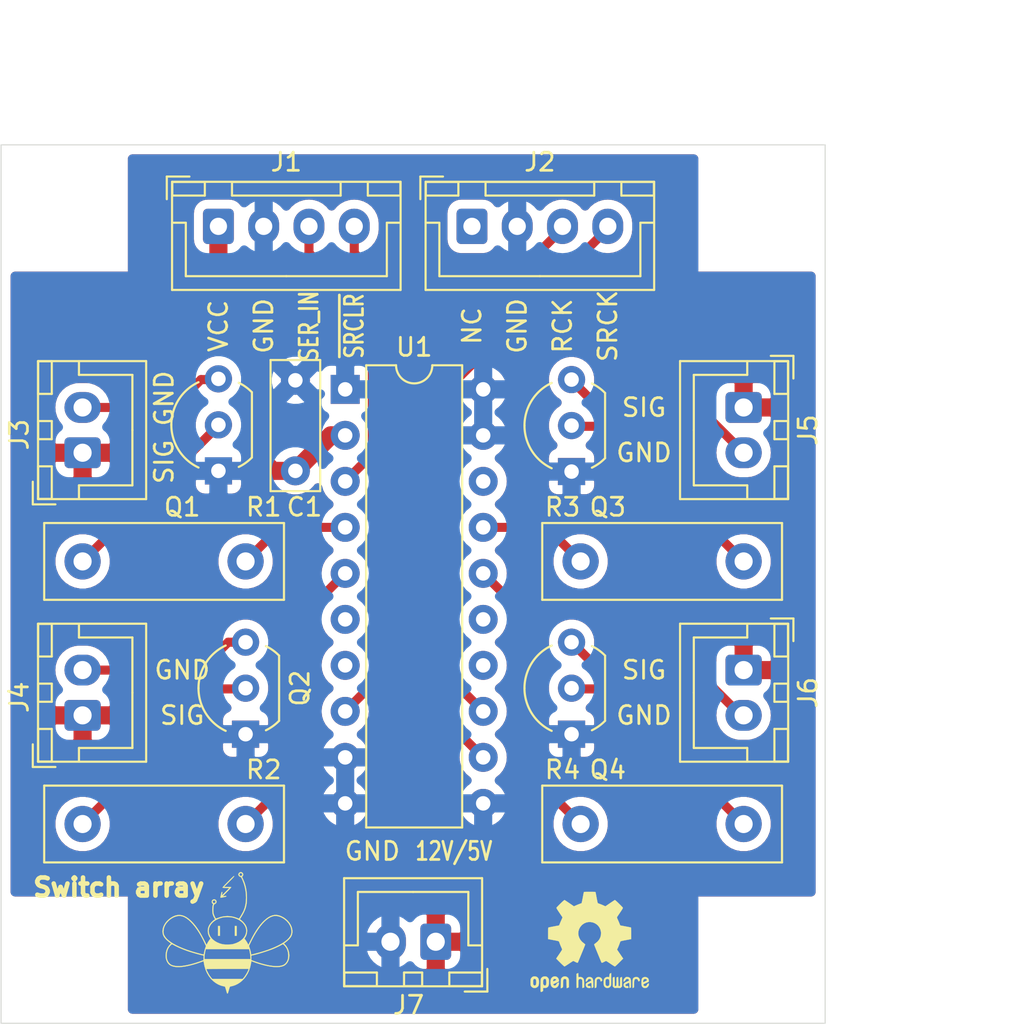
<source format=kicad_pcb>
(kicad_pcb (version 20171130) (host pcbnew "(5.1.4)-1")
  (layers (0 F.Cu signal) (31 B.Cu signal) (34 B.Paste user) (35 F.Paste user) (36 B.SilkS user) (37 F.SilkS user) (38 B.Mask user) (39 F.Mask user) (44 Edge.Cuts user))
  (net 0 "")
  (net 1 GND)
  (net 2 +5V)
  (net 3 "Net-(Q1-Pad2)")
  (net 4 "Net-(Q2-Pad2)")
  (net 5 "Net-(Q3-Pad2)")
  (net 6 "Net-(Q4-Pad2)")
  (net 7 "Net-(U1-Pad18)")
  (net 8 "Net-(U1-Pad7)")
  (net 9 "Net-(U1-Pad6)")
  (net 10 "Net-(U1-Pad15)")
  (net 11 "Net-(U1-Pad14)")
  (net 12 "Net-(J2-Pad1)")
  (net 13 DRAIN0)
  (net 14 DRAIN1)
  (net 15 DRAIN7)
  (net 16 DRAIN6)
  (net 17 SRCLR)
  (net 18 SER_IN)
  (net 19 SRCK)
  (net 20 RCLK)
  (net 21 "Net-(J3-Pad2)")
  (net 22 +12V)
  (net 23 "Net-(J4-Pad2)")
  (net 24 "Net-(J5-Pad2)")
  (net 25 "Net-(J6-Pad2)")
  (module logo-beehive:logo-beehive-7_2х6_7mm (layer F.Cu) (at 136.5 77)
    (fp_text reference G*** hide)
    (fp_text value LOGO hide)
  )
  (module Capacitor_THT:C_Disc_D7.0mm_W2.5mm_P5.00mm (layer F.Cu) (at 140.25 51.5 90)
    (fp_text reference C1 (at -2 0.5 180) (layer F.SilkS))
    (fp_text value 100nF)
    (pad 2 thru_hole circle (at 5 0 90) (size 1.6 1.6) (drill 0.8) (layers *.Cu *.Mask) (net 1 GND))
    (pad 1 thru_hole circle (at 0 0 90) (size 1.6 1.6) (drill 0.8) (layers *.Cu *.Mask) (net 2 +5V))
  )
  (module MountingHole:MountingHole_3.2mm_M3_DIN965 (layer F.Cu) (at 166 37 270)
    (fp_text reference REF** hide)
    (fp_text value MountingHole_3.2mm_M3_DIN965 hide)
    (pad 1 np_thru_hole circle (at 0 0 270) (size 3.2 3.2) (drill 3.2) (layers *.Cu *.Mask))
  )
  (module MountingHole:MountingHole_3.2mm_M3_DIN965 (layer F.Cu) (at 166 78.5 180)
    (fp_text reference REF** hide)
    (fp_text value MountingHole_3.2mm_M3_DIN965 hide)
    (pad 1 np_thru_hole circle (at 0 0 180) (size 3.2 3.2) (drill 3.2) (layers *.Cu *.Mask))
  )
  (module MountingHole:MountingHole_3.2mm_M3_DIN965 (layer F.Cu) (at 127.5 78.5 90)
    (fp_text reference REF** hide)
    (fp_text value MountingHole_3.2mm_M3_DIN965 hide)
    (pad 1 np_thru_hole circle (at 0 0 90) (size 3.2 3.2) (drill 3.2) (layers *.Cu *.Mask))
  )
  (module MountingHole:MountingHole_3.2mm_M3_DIN965 (layer F.Cu) (at 127.5 37 90)
    (fp_text reference REF** hide)
    (fp_text value MountingHole_3.2mm_M3_DIN965 hide)
    (pad 1 np_thru_hole circle (at 0 0 90) (size 3.2 3.2) (drill 3.2) (layers *.Cu *.Mask))
  )
  (module Symbol:OSHW-Logo2_7.3x6mm_SilkScreen (layer F.Cu) (at 156.5 77.5)
    (fp_text reference REF** hide)
    (fp_text value OSHW-Logo2_7.3x6mm_SilkScreen hide)
  )
  (module Package_DIP:DIP-20_W7.62mm (layer F.Cu) (at 143 47)
    (fp_text reference U1 (at 3.81 -2.33) (layer F.SilkS))
    (fp_text value TPIC6595)
    (pad 20 thru_hole oval (at 7.62 0) (size 1.6 1.6) (drill 0.8) (layers *.Cu *.Mask) (net 1 GND))
    (pad 10 thru_hole oval (at 0 22.86) (size 1.6 1.6) (drill 0.8) (layers *.Cu *.Mask) (net 1 GND))
    (pad 19 thru_hole oval (at 7.62 2.54) (size 1.6 1.6) (drill 0.8) (layers *.Cu *.Mask) (net 1 GND))
    (pad 9 thru_hole oval (at 0 20.32) (size 1.6 1.6) (drill 0.8) (layers *.Cu *.Mask) (net 1 GND))
    (pad 18 thru_hole oval (at 7.62 5.08) (size 1.6 1.6) (drill 0.8) (layers *.Cu *.Mask) (net 7 "Net-(U1-Pad18)"))
    (pad 8 thru_hole oval (at 0 17.78) (size 1.6 1.6) (drill 0.8) (layers *.Cu *.Mask) (net 17 SRCLR))
    (pad 17 thru_hole oval (at 7.62 7.62) (size 1.6 1.6) (drill 0.8) (layers *.Cu *.Mask) (net 15 DRAIN7))
    (pad 7 thru_hole oval (at 0 15.24) (size 1.6 1.6) (drill 0.8) (layers *.Cu *.Mask) (net 8 "Net-(U1-Pad7)"))
    (pad 16 thru_hole oval (at 7.62 10.16) (size 1.6 1.6) (drill 0.8) (layers *.Cu *.Mask) (net 16 DRAIN6))
    (pad 6 thru_hole oval (at 0 12.7) (size 1.6 1.6) (drill 0.8) (layers *.Cu *.Mask) (net 9 "Net-(U1-Pad6)"))
    (pad 15 thru_hole oval (at 7.62 12.7) (size 1.6 1.6) (drill 0.8) (layers *.Cu *.Mask) (net 10 "Net-(U1-Pad15)"))
    (pad 5 thru_hole oval (at 0 10.16) (size 1.6 1.6) (drill 0.8) (layers *.Cu *.Mask) (net 14 DRAIN1))
    (pad 14 thru_hole oval (at 7.62 15.24) (size 1.6 1.6) (drill 0.8) (layers *.Cu *.Mask) (net 11 "Net-(U1-Pad14)"))
    (pad 4 thru_hole oval (at 0 7.62) (size 1.6 1.6) (drill 0.8) (layers *.Cu *.Mask) (net 13 DRAIN0))
    (pad 13 thru_hole oval (at 7.62 17.78) (size 1.6 1.6) (drill 0.8) (layers *.Cu *.Mask) (net 19 SRCK))
    (pad 3 thru_hole oval (at 0 5.08) (size 1.6 1.6) (drill 0.8) (layers *.Cu *.Mask) (net 18 SER_IN))
    (pad 12 thru_hole oval (at 7.62 20.32) (size 1.6 1.6) (drill 0.8) (layers *.Cu *.Mask) (net 20 RCLK))
    (pad 2 thru_hole oval (at 0 2.54) (size 1.6 1.6) (drill 0.8) (layers *.Cu *.Mask) (net 2 +5V))
    (pad 11 thru_hole oval (at 7.62 22.86) (size 1.6 1.6) (drill 0.8) (layers *.Cu *.Mask) (net 1 GND))
    (pad 1 thru_hole rect (at 0 0) (size 1.6 1.6) (drill 0.8) (layers *.Cu *.Mask) (net 1 GND))
  )
  (module Resistor_THT:R_Box_L13.0mm_W4.0mm_P9.00mm (layer F.Cu) (at 137.5 71 180)
    (fp_text reference R2 (at -1 3 180) (layer F.SilkS))
    (fp_text value 270)
    (pad 2 thru_hole circle (at 9 0 180) (size 2 2) (drill 1) (layers *.Cu *.Mask) (net 4 "Net-(Q2-Pad2)"))
    (pad 1 thru_hole circle (at 0 0 180) (size 2 2) (drill 1) (layers *.Cu *.Mask) (net 14 DRAIN1))
  )
  (module Resistor_THT:R_Box_L13.0mm_W4.0mm_P9.00mm (layer F.Cu) (at 156 56.5)
    (fp_text reference R3 (at -1 -3) (layer F.SilkS))
    (fp_text value 270)
    (pad 2 thru_hole circle (at 9 0) (size 2 2) (drill 1) (layers *.Cu *.Mask) (net 5 "Net-(Q3-Pad2)"))
    (pad 1 thru_hole circle (at 0 0) (size 2 2) (drill 1) (layers *.Cu *.Mask) (net 15 DRAIN7))
  )
  (module Resistor_THT:R_Box_L13.0mm_W4.0mm_P9.00mm (layer F.Cu) (at 137.5 56.5 180)
    (fp_text reference R1 (at -1 3 180) (layer F.SilkS))
    (fp_text value 270)
    (pad 2 thru_hole circle (at 9 0 180) (size 2 2) (drill 1) (layers *.Cu *.Mask) (net 3 "Net-(Q1-Pad2)"))
    (pad 1 thru_hole circle (at 0 0 180) (size 2 2) (drill 1) (layers *.Cu *.Mask) (net 13 DRAIN0))
  )
  (module Resistor_THT:R_Box_L13.0mm_W4.0mm_P9.00mm (layer F.Cu) (at 156 71)
    (fp_text reference R4 (at -1 -3) (layer F.SilkS))
    (fp_text value 270)
    (pad 2 thru_hole circle (at 9 0) (size 2 2) (drill 1) (layers *.Cu *.Mask) (net 6 "Net-(Q4-Pad2)"))
    (pad 1 thru_hole circle (at 0 0) (size 2 2) (drill 1) (layers *.Cu *.Mask) (net 16 DRAIN6))
  )
  (module Package_TO_SOT_THT:TO-92_Inline_Wide (layer F.Cu) (at 137.5 66.04 90)
    (fp_text reference Q2 (at 2.54 3 90) (layer F.SilkS))
    (fp_text value Q_NPN_EBC hide)
    (pad 1 thru_hole rect (at 0 0 180) (size 1.5 1.5) (drill 0.8) (layers *.Cu *.Mask) (net 1 GND))
    (pad 3 thru_hole circle (at 5.08 0 180) (size 1.5 1.5) (drill 0.8) (layers *.Cu *.Mask) (net 23 "Net-(J4-Pad2)"))
    (pad 2 thru_hole circle (at 2.54 0 180) (size 1.5 1.5) (drill 0.8) (layers *.Cu *.Mask) (net 4 "Net-(Q2-Pad2)"))
  )
  (module Package_TO_SOT_THT:TO-92_Inline_Wide (layer F.Cu) (at 155.5 51.54 90)
    (fp_text reference Q3 (at -1.96 2 180) (layer F.SilkS))
    (fp_text value Q_NPN_EBC hide)
    (pad 1 thru_hole rect (at 0 0 180) (size 1.5 1.5) (drill 0.8) (layers *.Cu *.Mask) (net 1 GND))
    (pad 3 thru_hole circle (at 5.08 0 180) (size 1.5 1.5) (drill 0.8) (layers *.Cu *.Mask) (net 24 "Net-(J5-Pad2)"))
    (pad 2 thru_hole circle (at 2.54 0 180) (size 1.5 1.5) (drill 0.8) (layers *.Cu *.Mask) (net 5 "Net-(Q3-Pad2)"))
  )
  (module Package_TO_SOT_THT:TO-92_Inline_Wide (layer F.Cu) (at 136 51.5 90)
    (fp_text reference Q1 (at -2 -2) (layer F.SilkS))
    (fp_text value Q_NPN_EBC hide)
    (pad 1 thru_hole rect (at 0 0 180) (size 1.5 1.5) (drill 0.8) (layers *.Cu *.Mask) (net 1 GND))
    (pad 3 thru_hole circle (at 5.08 0 180) (size 1.5 1.5) (drill 0.8) (layers *.Cu *.Mask) (net 21 "Net-(J3-Pad2)"))
    (pad 2 thru_hole circle (at 2.54 0 180) (size 1.5 1.5) (drill 0.8) (layers *.Cu *.Mask) (net 3 "Net-(Q1-Pad2)"))
  )
  (module Package_TO_SOT_THT:TO-92_Inline_Wide (layer F.Cu) (at 155.5 66.04 90)
    (fp_text reference Q4 (at -1.96 2 180) (layer F.SilkS))
    (fp_text value Q_NPN_EBC hide)
    (pad 1 thru_hole rect (at 0 0 180) (size 1.5 1.5) (drill 0.8) (layers *.Cu *.Mask) (net 1 GND))
    (pad 3 thru_hole circle (at 5.08 0 180) (size 1.5 1.5) (drill 0.8) (layers *.Cu *.Mask) (net 25 "Net-(J6-Pad2)"))
    (pad 2 thru_hole circle (at 2.54 0 180) (size 1.5 1.5) (drill 0.8) (layers *.Cu *.Mask) (net 6 "Net-(Q4-Pad2)"))
  )
  (module Connector_JST:JST_XH_B2B-XH-A_1x02_P2.50mm_Vertical (layer F.Cu) (at 148 77.5 180)
    (fp_text reference J7 (at 1.5 -3.5) (layer F.SilkS))
    (fp_text value Conn_01x02 hide)
    (pad 2 thru_hole oval (at 2.5 0 180) (size 1.7 2) (drill 1) (layers *.Cu *.Mask) (net 1 GND))
    (pad 1 thru_hole roundrect (at 0 0 180) (size 1.7 2) (drill 1) (layers *.Cu *.Mask) (roundrect_rratio 0.147059) (net 22 +12V))
  )
  (module Connector_JST:JST_XH_B2B-XH-A_1x02_P2.50mm_Vertical (layer F.Cu) (at 128.5 65 90)
    (fp_text reference J4 (at 1 -3.5 90) (layer F.SilkS))
    (fp_text value Conn_01x02 hide)
    (pad 2 thru_hole oval (at 2.5 0 90) (size 1.7 2) (drill 1) (layers *.Cu *.Mask) (net 23 "Net-(J4-Pad2)"))
    (pad 1 thru_hole roundrect (at 0 0 90) (size 1.7 2) (drill 1) (layers *.Cu *.Mask) (roundrect_rratio 0.147059) (net 22 +12V))
  )
  (module Connector_JST:JST_XH_B2B-XH-A_1x02_P2.50mm_Vertical (layer F.Cu) (at 165 48 270)
    (fp_text reference J5 (at 1.25 -3.55 90) (layer F.SilkS))
    (fp_text value Conn_01x02 hide)
    (pad 2 thru_hole oval (at 2.5 0 270) (size 1.7 2) (drill 1) (layers *.Cu *.Mask) (net 24 "Net-(J5-Pad2)"))
    (pad 1 thru_hole roundrect (at 0 0 270) (size 1.7 2) (drill 1) (layers *.Cu *.Mask) (roundrect_rratio 0.147059) (net 22 +12V))
  )
  (module Connector_JST:JST_XH_B2B-XH-A_1x02_P2.50mm_Vertical (layer F.Cu) (at 128.5 50.5 90)
    (fp_text reference J3 (at 1 -3.5 270) (layer F.SilkS))
    (fp_text value Conn_01x02 hide)
    (pad 2 thru_hole oval (at 2.5 0 90) (size 1.7 2) (drill 1) (layers *.Cu *.Mask) (net 21 "Net-(J3-Pad2)"))
    (pad 1 thru_hole roundrect (at 0 0 90) (size 1.7 2) (drill 1) (layers *.Cu *.Mask) (roundrect_rratio 0.147059) (net 22 +12V))
  )
  (module Connector_JST:JST_XH_B2B-XH-A_1x02_P2.50mm_Vertical (layer F.Cu) (at 165 62.5 270)
    (fp_text reference J6 (at 1.25 -3.55 90) (layer F.SilkS))
    (fp_text value Conn_01x02 hide)
    (pad 2 thru_hole oval (at 2.5 0 270) (size 1.7 2) (drill 1) (layers *.Cu *.Mask) (net 25 "Net-(J6-Pad2)"))
    (pad 1 thru_hole roundrect (at 0 0 270) (size 1.7 2) (drill 1) (layers *.Cu *.Mask) (roundrect_rratio 0.147059) (net 22 +12V))
  )
  (module Connector_JST:JST_XH_B4B-XH-A_1x04_P2.50mm_Vertical (layer F.Cu) (at 150 38)
    (fp_text reference J2 (at 3.75 -3.55) (layer F.SilkS))
    (fp_text value Conn_01x04 hide)
    (pad 4 thru_hole oval (at 7.5 0) (size 1.7 1.95) (drill 0.95) (layers *.Cu *.Mask) (net 19 SRCK))
    (pad 3 thru_hole oval (at 5 0) (size 1.7 1.95) (drill 0.95) (layers *.Cu *.Mask) (net 20 RCLK))
    (pad 2 thru_hole oval (at 2.5 0) (size 1.7 1.95) (drill 0.95) (layers *.Cu *.Mask) (net 1 GND))
    (pad 1 thru_hole roundrect (at 0 0) (size 1.7 1.95) (drill 0.95) (layers *.Cu *.Mask) (roundrect_rratio 0.147059) (net 12 "Net-(J2-Pad1)"))
  )
  (module Connector_JST:JST_XH_B4B-XH-A_1x04_P2.50mm_Vertical (layer F.Cu) (at 136 38)
    (fp_text reference J1 (at 3.75 -3.55) (layer F.SilkS))
    (fp_text value Conn_01x04 hide)
    (pad 4 thru_hole oval (at 7.5 0) (size 1.7 1.95) (drill 0.95) (layers *.Cu *.Mask) (net 17 SRCLR))
    (pad 3 thru_hole oval (at 5 0) (size 1.7 1.95) (drill 0.95) (layers *.Cu *.Mask) (net 18 SER_IN))
    (pad 2 thru_hole oval (at 2.5 0) (size 1.7 1.95) (drill 0.95) (layers *.Cu *.Mask) (net 1 GND))
    (pad 1 thru_hole roundrect (at 0 0) (size 1.7 1.95) (drill 0.95) (layers *.Cu *.Mask) (roundrect_rratio 0.147059) (net 2 +5V))
  )
  (gr_text "Switch array" (at 130.5 74.5) (layer F.SilkS) (effects (font (size 1 1) (thickness 0.25))))
  (gr_text ~SRCLR~ (at 143.5 43.5 90) (layer F.SilkS) (effects (font (size 1 0.75))))
  (gr_text GND (at 159.5 65) (layer F.SilkS) (effects (font (size 1 1))))
  (gr_text SIG (at 159.5 62.5) (layer F.SilkS) (effects (font (size 1 1))))
  (gr_text SIG (at 159.5 48) (layer F.SilkS) (effects (font (size 1 1))))
  (gr_text GND (at 159.5 50.5) (layer F.SilkS) (effects (font (size 1 1))))
  (gr_text SIG (at 134 65) (layer F.SilkS) (effects (font (size 1 1))))
  (gr_text GND (at 134 62.5) (layer F.SilkS) (effects (font (size 1 1))))
  (gr_line (start 169.5 82) (end 124 82) (layer Edge.Cuts) (width 0.05))
  (gr_line (start 169.5 33.5) (end 169.5 82) (layer Edge.Cuts) (width 0.05))
  (gr_line (start 124 33.5) (end 169.5 33.5) (layer Edge.Cuts) (width 0.05))
  (gr_line (start 124 82) (end 124 33.5) (layer Edge.Cuts) (width 0.05))
  (gr_text GND (at 133 47.5 90) (layer F.SilkS) (effects (font (size 1 1))))
  (gr_text SIG (at 133 51 90) (layer F.SilkS) (effects (font (size 1 1))))
  (gr_text 12V/5V (at 149 72.5) (layer F.SilkS) (effects (font (size 1 0.75))))
  (gr_text GND (at 144.5 72.5) (layer F.SilkS) (effects (font (size 1 1))))
  (gr_text GND (at 152.5 43.5 90) (layer F.SilkS) (effects (font (size 1 1))))
  (gr_text NC (at 150 43.5 90) (layer F.SilkS) (effects (font (size 1 1))))
  (gr_text SRCK (at 157.5 43.5 90) (layer F.SilkS) (effects (font (size 1 1))))
  (gr_text GND (at 138.5 43.5 90) (layer F.SilkS) (effects (font (size 1 1))))
  (gr_text VCC (at 136 43.5 90) (layer F.SilkS) (effects (font (size 1 1))))
  (gr_text SER_IN (at 141 43.5 90) (layer F.SilkS) (effects (font (size 1 0.75))))
  (gr_text RCK (at 155 43.5 90) (layer F.SilkS) (effects (font (size 1 1))))
  (segment (start 142.54 49.54) (end 143 49.54) (width 1) (layer F.Cu) (net 2))
  (segment (start 142.21 49.54) (end 140.25 51.5) (width 1) (layer F.Cu) (net 2))
  (segment (start 143 49.54) (end 142.21 49.54) (width 1) (layer F.Cu) (net 2))
  (segment (start 139 51.5) (end 140.25 51.5) (width 1) (layer F.Cu) (net 2))
  (segment (start 138 50.5) (end 139 51.5) (width 1) (layer F.Cu) (net 2))
  (segment (start 138 45.5) (end 138 50.5) (width 1) (layer F.Cu) (net 2))
  (segment (start 136 38) (end 136 43.5) (width 1) (layer F.Cu) (net 2))
  (segment (start 136 43.5) (end 138 45.5) (width 1) (layer F.Cu) (net 2))
  (segment (start 135.96 49.04) (end 128.5 56.5) (width 0.5) (layer F.Cu) (net 3))
  (segment (start 137.5 63.54) (end 135.96 63.54) (width 0.5) (layer F.Cu) (net 4))
  (segment (start 135.96 63.54) (end 128.5 71) (width 0.5) (layer F.Cu) (net 4))
  (segment (start 157.54 49.04) (end 165 56.5) (width 0.5) (layer F.Cu) (net 5))
  (segment (start 155.5 49.04) (end 157.54 49.04) (width 0.5) (layer F.Cu) (net 5))
  (segment (start 157.54 63.54) (end 165 71) (width 0.5) (layer F.Cu) (net 6))
  (segment (start 155.5 63.54) (end 157.54 63.54) (width 0.5) (layer F.Cu) (net 6))
  (segment (start 139.38 54.62) (end 137.5 56.5) (width 0.5) (layer F.Cu) (net 13))
  (segment (start 143 54.62) (end 139.38 54.62) (width 0.5) (layer F.Cu) (net 13))
  (segment (start 138.499999 70.000001) (end 137.5 71) (width 0.5) (layer F.Cu) (net 14))
  (segment (start 139 69.5) (end 138.499999 70.000001) (width 0.5) (layer F.Cu) (net 14))
  (segment (start 143 57.16) (end 139 61.16) (width 0.5) (layer F.Cu) (net 14))
  (segment (start 139 61.16) (end 139 69.5) (width 0.5) (layer F.Cu) (net 14))
  (segment (start 154.12 54.62) (end 156 56.5) (width 0.5) (layer F.Cu) (net 15))
  (segment (start 150.62 54.62) (end 154.12 54.62) (width 0.5) (layer F.Cu) (net 15))
  (segment (start 155.000001 70.000001) (end 156 71) (width 0.5) (layer F.Cu) (net 16))
  (segment (start 154 69) (end 155.000001 70.000001) (width 0.5) (layer F.Cu) (net 16))
  (segment (start 150.62 57.16) (end 154 60.54) (width 0.5) (layer F.Cu) (net 16))
  (segment (start 154 60.54) (end 154 69) (width 0.5) (layer F.Cu) (net 16))
  (segment (start 143.799999 63.980001) (end 143 64.78) (width 0.5) (layer F.Cu) (net 17))
  (segment (start 145.5 62.28) (end 143.799999 63.980001) (width 0.5) (layer F.Cu) (net 17))
  (segment (start 145.5 41.475) (end 145.5 62.28) (width 0.5) (layer F.Cu) (net 17))
  (segment (start 143.5 38) (end 143.5 39.475) (width 0.5) (layer F.Cu) (net 17))
  (segment (start 143.5 39.475) (end 145.5 41.475) (width 0.5) (layer F.Cu) (net 17))
  (segment (start 143.799999 51.280001) (end 143 52.08) (width 0.5) (layer F.Cu) (net 18))
  (segment (start 144.5 50.58) (end 143.799999 51.280001) (width 0.5) (layer F.Cu) (net 18))
  (segment (start 144.5 42.975) (end 144.5 50.58) (width 0.5) (layer F.Cu) (net 18))
  (segment (start 141 38) (end 141 39.475) (width 0.5) (layer F.Cu) (net 18))
  (segment (start 141 39.475) (end 144.5 42.975) (width 0.5) (layer F.Cu) (net 18))
  (segment (start 157.5 38.125) (end 157.5 38) (width 0.5) (layer F.Cu) (net 19))
  (segment (start 149 46.625) (end 157.5 38.125) (width 0.5) (layer F.Cu) (net 19))
  (segment (start 150.62 64.78) (end 149 63.16) (width 0.5) (layer F.Cu) (net 19))
  (segment (start 149 63.16) (end 149 46.625) (width 0.5) (layer F.Cu) (net 19))
  (segment (start 150.62 67.32) (end 148 64.7) (width 0.5) (layer F.Cu) (net 20))
  (segment (start 155 38.125) (end 155 38) (width 0.5) (layer F.Cu) (net 20))
  (segment (start 148 45.125) (end 155 38.125) (width 0.5) (layer F.Cu) (net 20))
  (segment (start 148 45.5) (end 148 45.125) (width 0.5) (layer F.Cu) (net 20))
  (segment (start 148 64.7) (end 148 45.5) (width 0.5) (layer F.Cu) (net 20))
  (segment (start 133.5 48) (end 128.5 48) (width 0.5) (layer F.Cu) (net 21))
  (segment (start 136 46.46) (end 135.04 46.46) (width 0.5) (layer F.Cu) (net 21))
  (segment (start 135.04 46.46) (end 133.5 48) (width 0.5) (layer F.Cu) (net 21))
  (segment (start 135 62.5) (end 128.5 62.5) (width 0.5) (layer F.Cu) (net 23))
  (segment (start 136.54 60.96) (end 135 62.5) (width 0.5) (layer F.Cu) (net 23))
  (segment (start 137.5 60.96) (end 136.54 60.96) (width 0.5) (layer F.Cu) (net 23))
  (segment (start 162.5 48) (end 165 50.5) (width 0.5) (layer F.Cu) (net 24))
  (segment (start 155.5 46.5) (end 157 48) (width 0.5) (layer F.Cu) (net 24))
  (segment (start 157 48) (end 162.5 48) (width 0.5) (layer F.Cu) (net 24))
  (segment (start 164.85 65) (end 165 65) (width 0.5) (layer F.Cu) (net 25))
  (segment (start 162.35 62.5) (end 164.85 65) (width 0.5) (layer F.Cu) (net 25))
  (segment (start 155.5 60.96) (end 157.04 62.5) (width 0.5) (layer F.Cu) (net 25))
  (segment (start 157.04 62.5) (end 162.35 62.5) (width 0.5) (layer F.Cu) (net 25))
  (zone (net 22) (net_name +12V) (layer F.Cu) (connect_pads (clearance 0.5)) (min_thickness 0.5) (fill yes (arc_segments 32) (thermal_gap 0.5) (thermal_bridge_width 1))
    (polygon (pts (xy 124.5 40.5) (xy 131 40.5) (xy 131 34) (xy 162.5 34) (xy 162.5 40.5) (xy 168.5 40.5) (xy 169 40.5) (xy 169 75) (xy 162.5 75) (xy 162.5 81.5) (xy 131 81.5) (xy 131 75) (xy 124.5 75)))
  )
  (zone (net 1) (net_name GND) (layer B.Cu) (connect_pads (clearance 0.5)) (min_thickness 0.5) (fill yes (arc_segments 32) (thermal_gap 0.5) (thermal_bridge_width 1))
    (polygon (pts (xy 124.5 40.5) (xy 131 40.5) (xy 131 34) (xy 162.5 34) (xy 162.5 40.5) (xy 168.5 40.5) (xy 169 40.5) (xy 169 75) (xy 162.5 75) (xy 162.5 81.5) (xy 131 81.5) (xy 131 75) (xy 124.5 75)))
  )
)
</source>
